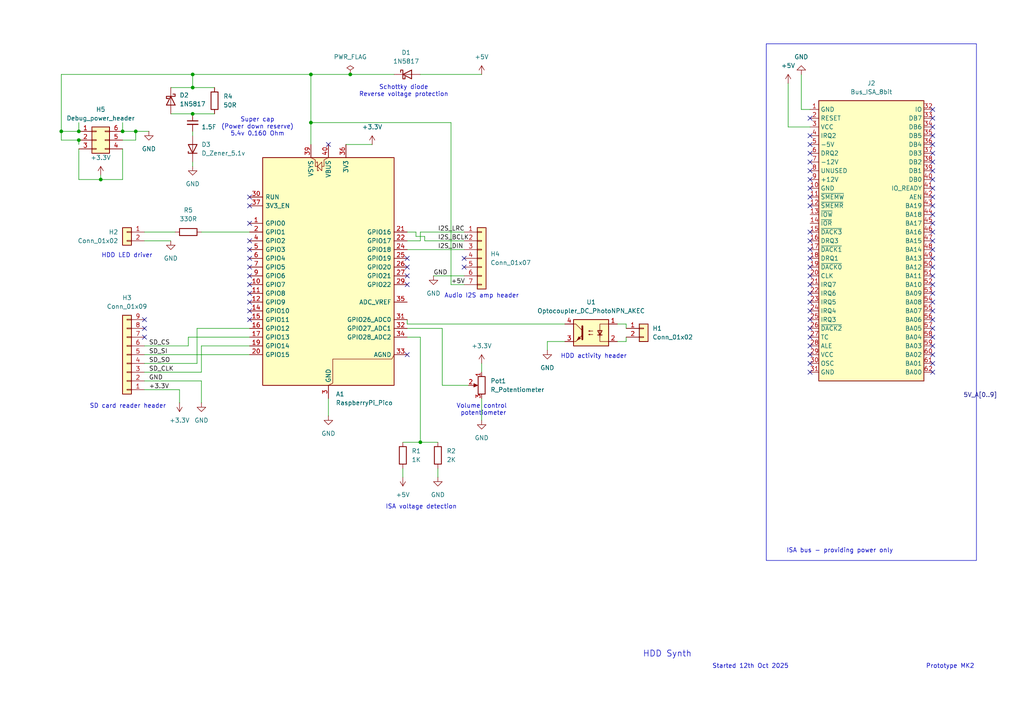
<source format=kicad_sch>
(kicad_sch (version 20250114) (generator "eeschema") (generator_version "9.0")
  (paper "A4")
  (lib_symbols
    (symbol "Connector:Bus_ISA_8bit"
      (property "Reference" "J" (at 0 42.545 0))
      (property "Value" "Bus_ISA_8bit" (at 0 -42.545 0))
      (symbol "Bus_ISA_8bit_0_1"
        (rectangle (start -15.24 -40.64) (end 15.24 40.64) (stroke (width 0.254)) (fill (type background)))
      )
      (symbol "Bus_ISA_8bit_1_1"
        (pin power_in line (at -17.78 38.1 0) (length 2.54) (name "GND") (number "1"))
        (pin output line (at -17.78 35.56 0) (length 2.54) (name "RESET") (number "2"))
        (pin power_in line (at -17.78 33.02 0) (length 2.54) (name "VCC") (number "3"))
        (pin passive line (at -17.78 30.48 0) (length 2.54) (name "IRQ2") (number "4"))
        (pin power_in line (at -17.78 27.94 0) (length 2.54) (name "-5V") (number "5"))
        (pin passive line (at -17.78 25.4 0) (length 2.54) (name "DRQ2") (number "6"))
        (pin power_in line (at -17.78 22.86 0) (length 2.54) (name "-12V") (number "7"))
        (pin passive line (at -17.78 20.32 0) (length 2.54) (name "UNUSED") (number "8"))
        (pin power_in line (at -17.78 17.78 0) (length 2.54) (name "+12V") (number "9"))
        (pin power_in line (at -17.78 15.24 0) (length 2.54) (name "GND") (number "10"))
        (pin output line (at -17.78 12.7 0) (length 2.54) (name "~{SMEMW}") (number "11"))
        (pin output line (at -17.78 10.16 0) (length 2.54) (name "~{SMEMR}") (number "12"))
        (pin output line (at -17.78 7.62 0) (length 2.54) (name "~{IOW}") (number "13"))
        (pin output line (at -17.78 5.08 0) (length 2.54) (name "~{IOR}") (number "14"))
        (pin passive line (at -17.78 2.54 0) (length 2.54) (name "~{DACK3}") (number "15"))
        (pin passive line (at -17.78 0 0) (length 2.54) (name "DRQ3") (number "16"))
        (pin passive line (at -17.78 -2.54 0) (length 2.54) (name "~{DACK1}") (number "17"))
        (pin passive line (at -17.78 -5.08 0) (length 2.54) (name "DRQ1") (number "18"))
        (pin passive line (at -17.78 -7.62 0) (length 2.54) (name "~{DACK0}") (number "19"))
        (pin output line (at -17.78 -10.16 0) (length 2.54) (name "CLK") (number "20"))
        (pin passive line (at -17.78 -12.7 0) (length 2.54) (name "IRQ7") (number "21"))
        (pin passive line (at -17.78 -15.24 0) (length 2.54) (name "IRQ6") (number "22"))
        (pin passive line (at -17.78 -17.78 0) (length 2.54) (name "IRQ5") (number "23"))
        (pin passive line (at -17.78 -20.32 0) (length 2.54) (name "IRQ4") (number "24"))
        (pin passive line (at -17.78 -22.86 0) (length 2.54) (name "IRQ3") (number "25"))
        (pin passive line (at -17.78 -25.4 0) (length 2.54) (name "~{DACK2}") (number "26"))
        (pin passive line (at -17.78 -27.94 0) (length 2.54) (name "TC") (number "27"))
        (pin output line (at -17.78 -30.48 0) (length 2.54) (name "ALE") (number "28"))
        (pin power_in line (at -17.78 -33.02 0) (length 2.54) (name "VCC") (number "29"))
        (pin output line (at -17.78 -35.56 0) (length 2.54) (name "OSC") (number "30"))
        (pin power_in line (at -17.78 -38.1 0) (length 2.54) (name "GND") (number "31"))
        (pin passive line (at 17.78 38.1 180) (length 2.54) (name "IO") (number "32"))
        (pin tri_state line (at 17.78 35.56 180) (length 2.54) (name "DB7") (number "33"))
        (pin tri_state line (at 17.78 33.02 180) (length 2.54) (name "DB6") (number "34"))
        (pin tri_state line (at 17.78 30.48 180) (length 2.54) (name "DB5") (number "35"))
        (pin tri_state line (at 17.78 27.94 180) (length 2.54) (name "DB4") (number "36"))
        (pin tri_state line (at 17.78 25.4 180) (length 2.54) (name "DB3") (number "37"))
        (pin tri_state line (at 17.78 22.86 180) (length 2.54) (name "DB2") (number "38"))
        (pin tri_state line (at 17.78 20.32 180) (length 2.54) (name "DB1") (number "39"))
        (pin tri_state line (at 17.78 17.78 180) (length 2.54) (name "DB0") (number "40"))
        (pin passive line (at 17.78 15.24 180) (length 2.54) (name "IO_READY") (number "41"))
        (pin output line (at 17.78 12.7 180) (length 2.54) (name "AEN") (number "42"))
        (pin tri_state line (at 17.78 10.16 180) (length 2.54) (name "BA19") (number "43"))
        (pin tri_state line (at 17.78 7.62 180) (length 2.54) (name "BA18") (number "44"))
        (pin tri_state line (at 17.78 5.08 180) (length 2.54) (name "BA17") (number "45"))
        (pin tri_state line (at 17.78 2.54 180) (length 2.54) (name "BA16") (number "46"))
        (pin tri_state line (at 17.78 0 180) (length 2.54) (name "BA15") (number "47"))
        (pin tri_state line (at 17.78 -2.54 180) (length 2.54) (name "BA14") (number "48"))
        (pin tri_state line (at 17.78 -5.08 180) (length 2.54) (name "BA13") (number "49"))
        (pin tri_state line (at 17.78 -7.62 180) (length 2.54) (name "BA12") (number "50"))
        (pin tri_state line (at 17.78 -10.16 180) (length 2.54) (name "BA11") (number "51"))
        (pin tri_state line (at 17.78 -12.7 180) (length 2.54) (name "BA10") (number "52"))
        (pin tri_state line (at 17.78 -15.24 180) (length 2.54) (name "BA09") (number "53"))
        (pin tri_state line (at 17.78 -17.78 180) (length 2.54) (name "BA08") (number "54"))
        (pin tri_state line (at 17.78 -20.32 180) (length 2.54) (name "BA07") (number "55"))
        (pin tri_state line (at 17.78 -22.86 180) (length 2.54) (name "BA06") (number "56"))
        (pin tri_state line (at 17.78 -25.4 180) (length 2.54) (name "BA05") (number "57"))
        (pin tri_state line (at 17.78 -27.94 180) (length 2.54) (name "BA04") (number "58"))
        (pin tri_state line (at 17.78 -30.48 180) (length 2.54) (name "BA03") (number "59"))
        (pin tri_state line (at 17.78 -33.02 180) (length 2.54) (name "BA02") (number "60"))
        (pin tri_state line (at 17.78 -35.56 180) (length 2.54) (name "BA01") (number "61"))
        (pin tri_state line (at 17.78 -38.1 180) (length 2.54) (name "BA00") (number "62"))
      )
    )
    (symbol "Connector_Generic:Conn_01x02" (pin_names (offset 1.016) (hide yes))
      (property "Reference" "J" (at 0 2.54 0))
      (property "Value" "Conn_01x02" (at 0 -5.08 0))
      (symbol "Conn_01x02_1_1"
        (rectangle (start -1.27 1.27) (end 1.27 -3.81) (stroke (width 0.254)) (fill (type background)))
        (rectangle (start -1.27 0.127) (end 0 -0.127) (stroke (width 0.1524)))
        (rectangle (start -1.27 -2.413) (end 0 -2.667) (stroke (width 0.1524)))
        (pin passive line (at -5.08 0 0) (length 3.81) (name "Pin_1") (number "1"))
        (pin passive line (at -5.08 -2.54 0) (length 3.81) (name "Pin_2") (number "2"))
      )
    )
    (symbol "Connector_Generic:Conn_01x07" (pin_names (offset 1.016) (hide yes))
      (property "Reference" "J" (at 0 10.16 0))
      (property "Value" "Conn_01x07" (at 0 -10.16 0))
      (symbol "Conn_01x07_1_1"
        (rectangle (start -1.27 8.89) (end 1.27 -8.89) (stroke (width 0.254)) (fill (type background)))
        (rectangle (start -1.27 7.747) (end 0 7.493) (stroke (width 0.1524)))
        (rectangle (start -1.27 5.207) (end 0 4.953) (stroke (width 0.1524)))
        (rectangle (start -1.27 2.667) (end 0 2.413) (stroke (width 0.1524)))
        (rectangle (start -1.27 0.127) (end 0 -0.127) (stroke (width 0.1524)))
        (rectangle (start -1.27 -2.413) (end 0 -2.667) (stroke (width 0.1524)))
        (rectangle (start -1.27 -4.953) (end 0 -5.207) (stroke (width 0.1524)))
        (rectangle (start -1.27 -7.493) (end 0 -7.747) (stroke (width 0.1524)))
        (pin passive line (at -5.08 7.62 0) (length 3.81) (name "Pin_1") (number "1"))
        (pin passive line (at -5.08 5.08 0) (length 3.81) (name "Pin_2") (number "2"))
        (pin passive line (at -5.08 2.54 0) (length 3.81) (name "Pin_3") (number "3"))
        (pin passive line (at -5.08 0 0) (length 3.81) (name "Pin_4") (number "4"))
        (pin passive line (at -5.08 -2.54 0) (length 3.81) (name "Pin_5") (number "5"))
        (pin passive line (at -5.08 -5.08 0) (length 3.81) (name "Pin_6") (number "6"))
        (pin passive line (at -5.08 -7.62 0) (length 3.81) (name "Pin_7") (number "7"))
      )
    )
    (symbol "Connector_Generic:Conn_01x09" (pin_names (offset 1.016) (hide yes))
      (property "Reference" "J" (at 0 12.7 0))
      (property "Value" "Conn_01x09" (at 0 -12.7 0))
      (symbol "Conn_01x09_1_1"
        (rectangle (start -1.27 11.43) (end 1.27 -11.43) (stroke (width 0.254)) (fill (type background)))
        (rectangle (start -1.27 10.287) (end 0 10.033) (stroke (width 0.1524)))
        (rectangle (start -1.27 7.747) (end 0 7.493) (stroke (width 0.1524)))
        (rectangle (start -1.27 5.207) (end 0 4.953) (stroke (width 0.1524)))
        (rectangle (start -1.27 2.667) (end 0 2.413) (stroke (width 0.1524)))
        (rectangle (start -1.27 0.127) (end 0 -0.127) (stroke (width 0.1524)))
        (rectangle (start -1.27 -2.413) (end 0 -2.667) (stroke (width 0.1524)))
        (rectangle (start -1.27 -4.953) (end 0 -5.207) (stroke (width 0.1524)))
        (rectangle (start -1.27 -7.493) (end 0 -7.747) (stroke (width 0.1524)))
        (rectangle (start -1.27 -10.033) (end 0 -10.287) (stroke (width 0.1524)))
        (pin passive line (at -5.08 10.16 0) (length 3.81) (name "Pin_1") (number "1"))
        (pin passive line (at -5.08 7.62 0) (length 3.81) (name "Pin_2") (number "2"))
        (pin passive line (at -5.08 5.08 0) (length 3.81) (name "Pin_3") (number "3"))
        (pin passive line (at -5.08 2.54 0) (length 3.81) (name "Pin_4") (number "4"))
        (pin passive line (at -5.08 0 0) (length 3.81) (name "Pin_5") (number "5"))
        (pin passive line (at -5.08 -2.54 0) (length 3.81) (name "Pin_6") (number "6"))
        (pin passive line (at -5.08 -5.08 0) (length 3.81) (name "Pin_7") (number "7"))
        (pin passive line (at -5.08 -7.62 0) (length 3.81) (name "Pin_8") (number "8"))
        (pin passive line (at -5.08 -10.16 0) (length 3.81) (name "Pin_9") (number "9"))
      )
    )
    (symbol "Connector_Generic:Conn_02x03_Counter_Clockwise" (pin_names (offset 1.016) (hide yes))
      (property "Reference" "J" (at 1.27 5.08 0))
      (property "Value" "Conn_02x03_Counter_Clockwise" (at 1.27 -5.08 0))
      (symbol "Conn_02x03_Counter_Clockwise_1_1"
        (rectangle (start -1.27 3.81) (end 3.81 -3.81) (stroke (width 0.254)) (fill (type background)))
        (rectangle (start -1.27 2.667) (end 0 2.413) (stroke (width 0.1524)))
        (rectangle (start -1.27 0.127) (end 0 -0.127) (stroke (width 0.1524)))
        (rectangle (start -1.27 -2.413) (end 0 -2.667) (stroke (width 0.1524)))
        (rectangle (start 3.81 2.667) (end 2.54 2.413) (stroke (width 0.1524)))
        (rectangle (start 3.81 0.127) (end 2.54 -0.127) (stroke (width 0.1524)))
        (rectangle (start 3.81 -2.413) (end 2.54 -2.667) (stroke (width 0.1524)))
        (pin passive line (at -5.08 2.54 0) (length 3.81) (name "Pin_1") (number "1"))
        (pin passive line (at -5.08 0 0) (length 3.81) (name "Pin_2") (number "2"))
        (pin passive line (at -5.08 -2.54 0) (length 3.81) (name "Pin_3") (number "3"))
        (pin passive line (at 7.62 2.54 180) (length 3.81) (name "Pin_6") (number "6"))
        (pin passive line (at 7.62 0 180) (length 3.81) (name "Pin_5") (number "5"))
        (pin passive line (at 7.62 -2.54 180) (length 3.81) (name "Pin_4") (number "4"))
      )
    )
    (symbol "Device:C_Small" (pin_numbers (hide yes)) (pin_names (offset 0.254) (hide yes))
      (property "Reference" "C" (at 0.254 1.778 0))
      (property "Value" "C_Small" (at 0.254 -2.032 0))
      (symbol "C_Small_0_1"
        (polyline (pts (xy -1.524 0.508) (xy 1.524 0.508)) (stroke (width 0.3048)))
        (polyline (pts (xy -1.524 -0.508) (xy 1.524 -0.508)) (stroke (width 0.3302)))
      )
      (symbol "C_Small_1_1"
        (pin passive line (at 0 2.54 270) (length 2.032) (name "~") (number "1"))
        (pin passive line (at 0 -2.54 90) (length 2.032) (name "~") (number "2"))
      )
    )
    (symbol "Device:D_Schottky" (pin_numbers (hide yes)) (pin_names (offset 1.016) (hide yes))
      (property "Reference" "D" (at 0 2.54 0))
      (property "Value" "D_Schottky" (at 0 -2.54 0))
      (symbol "D_Schottky_0_1"
        (polyline (pts (xy -1.905 0.635) (xy -1.905 1.27) (xy -1.27 1.27) (xy -1.27 -1.27) (xy -0.635 -1.27) (xy -0.635 -0.635)) (stroke (width 0.254)))
        (polyline (pts (xy 1.27 1.27) (xy 1.27 -1.27) (xy -1.27 0) (xy 1.27 1.27)) (stroke (width 0.254)))
        (polyline (pts (xy 1.27 0) (xy -1.27 0)))
      )
      (symbol "D_Schottky_1_1"
        (pin passive line (at -3.81 0 0) (length 2.54) (name "K") (number "1"))
        (pin passive line (at 3.81 0 180) (length 2.54) (name "A") (number "2"))
      )
    )
    (symbol "Device:D_Zener" (pin_numbers (hide yes)) (pin_names (offset 1.016) (hide yes))
      (property "Reference" "D" (at 0 2.54 0))
      (property "Value" "D_Zener" (at 0 -2.54 0))
      (symbol "D_Zener_0_1"
        (polyline (pts (xy -1.27 -1.27) (xy -1.27 1.27) (xy -0.762 1.27)) (stroke (width 0.254)))
        (polyline (pts (xy 1.27 0) (xy -1.27 0)))
        (polyline (pts (xy 1.27 -1.27) (xy 1.27 1.27) (xy -1.27 0) (xy 1.27 -1.27)) (stroke (width 0.254)))
      )
      (symbol "D_Zener_1_1"
        (pin passive line (at -3.81 0 0) (length 2.54) (name "K") (number "1"))
        (pin passive line (at 3.81 0 180) (length 2.54) (name "A") (number "2"))
      )
    )
    (symbol "Device:R" (pin_numbers (hide yes)) (pin_names (offset 0))
      (property "Reference" "R" (at 2.032 0 90))
      (property "Value" "R" (at 0 0 90))
      (symbol "R_0_1"
        (rectangle (start -1.016 -2.54) (end 1.016 2.54) (stroke (width 0.254)))
      )
      (symbol "R_1_1"
        (pin passive line (at 0 3.81 270) (length 1.27) (name "~") (number "1"))
        (pin passive line (at 0 -3.81 90) (length 1.27) (name "~") (number "2"))
      )
    )
    (symbol "Device:R_Potentiometer" (pin_names (offset 1.016) (hide yes))
      (property "Reference" "RV" (at -4.445 0 90))
      (property "Value" "R_Potentiometer" (at -2.54 0 90))
      (symbol "R_Potentiometer_0_1"
        (rectangle (start 1.016 2.54) (end -1.016 -2.54) (stroke (width 0.254)))
        (polyline (pts (xy 1.143 0) (xy 2.286 0.508) (xy 2.286 -0.508) (xy 1.143 0)) (fill (type outline)))
        (polyline (pts (xy 2.54 0) (xy 1.524 0)))
      )
      (symbol "R_Potentiometer_1_1"
        (pin passive line (at 0 3.81 270) (length 1.27) (name "1") (number "1"))
        (pin passive line (at 0 -3.81 90) (length 1.27) (name "3") (number "3"))
        (pin passive line (at 3.81 0 180) (length 1.27) (name "2") (number "2"))
      )
    )
    (symbol "Isolator:Optocoupler_DC_PhotoNPN_AKEC"
      (property "Reference" "U" (at -5.08 5.08 0))
      (property "Value" "Optocoupler_DC_PhotoNPN_AKEC" (at 0 5.08 0))
      (symbol "Optocoupler_DC_PhotoNPN_AKEC_0_1"
        (rectangle (start -5.08 3.81) (end 5.08 -3.81) (stroke (width 0.254)) (fill (type background)))
        (polyline (pts (xy -5.08 2.54) (xy -2.54 2.54) (xy -2.54 -1.27) (xy -2.54 0.635)))
        (polyline (pts (xy -3.175 -0.635) (xy -1.905 -0.635)) (stroke (width 0.254)))
        (polyline (pts (xy -2.54 -0.635) (xy -2.54 -2.54) (xy -5.08 -2.54)))
        (polyline (pts (xy -2.54 -0.635) (xy -3.175 0.635) (xy -1.905 0.635) (xy -2.54 -0.635)) (stroke (width 0.254)))
        (polyline (pts (xy -0.508 0.508) (xy 0.762 0.508) (xy 0.381 0.381) (xy 0.381 0.635) (xy 0.762 0.508)))
        (polyline (pts (xy -0.508 -0.508) (xy 0.762 -0.508) (xy 0.381 -0.635) (xy 0.381 -0.381) (xy 0.762 -0.508)))
        (polyline (pts (xy 2.54 1.905) (xy 2.54 -1.905)) (stroke (width 0.508)))
        (polyline (pts (xy 2.54 0.635) (xy 4.445 2.54)))
        (polyline (pts (xy 3.048 -1.651) (xy 3.556 -1.143) (xy 4.064 -2.159) (xy 3.048 -1.651)) (fill (type outline)))
        (polyline (pts (xy 4.445 2.54) (xy 5.08 2.54)))
        (polyline (pts (xy 4.445 -2.54) (xy 2.54 -0.635)) (fill (type outline)))
        (polyline (pts (xy 4.445 -2.54) (xy 5.08 -2.54)))
      )
      (symbol "Optocoupler_DC_PhotoNPN_AKEC_1_1"
        (pin passive line (at -7.62 2.54 0) (length 2.54) (name "~") (number "1"))
        (pin passive line (at -7.62 -2.54 0) (length 2.54) (name "~") (number "2"))
        (pin passive line (at 7.62 2.54 180) (length 2.54) (name "~") (number "4"))
        (pin passive line (at 7.62 -2.54 180) (length 2.54) (name "~") (number "3"))
      )
    )
    (symbol "MCU_Module:RaspberryPi_Pico" (pin_names (offset 0.762))
      (property "Reference" "A" (at -19.05 35.56 0))
      (property "Value" "RaspberryPi_Pico" (at 7.62 35.56 0))
      (symbol "RaspberryPi_Pico_0_1"
        (rectangle (start -19.05 34.29) (end 19.05 -31.75) (stroke (width 0.254)) (fill (type background)))
        (polyline (pts (xy -5.08 34.29) (xy -3.81 33.655) (xy -3.81 31.75) (xy -3.175 31.75)))
        (polyline (pts (xy -3.429 32.766) (xy -3.429 33.02) (xy -3.175 33.02) (xy -3.175 30.48) (xy -2.921 30.48) (xy -2.921 30.734)))
        (polyline (pts (xy -3.175 31.75) (xy -1.905 33.02) (xy -1.905 30.48) (xy -3.175 31.75)))
        (polyline (pts (xy 0 34.29) (xy -1.27 33.655) (xy -1.27 31.75) (xy -1.905 31.75)))
        (polyline (pts (xy 0 -31.75) (xy 1.27 -31.115) (xy 1.27 -24.13) (xy 18.415 -24.13) (xy 19.05 -22.86)))
      )
      (symbol "RaspberryPi_Pico_1_1"
        (pin passive line (at -22.86 22.86 0) (length 3.81) (name "RUN") (number "30"))
        (pin passive line (at -22.86 20.32 0) (length 3.81) (name "3V3_EN") (number "37"))
        (pin bidirectional line (at -22.86 15.24 0) (length 3.81) (name "GPIO0") (number "1"))
        (pin bidirectional line (at -22.86 12.7 0) (length 3.81) (name "GPIO1") (number "2"))
        (pin bidirectional line (at -22.86 10.16 0) (length 3.81) (name "GPIO2") (number "4"))
        (pin bidirectional line (at -22.86 7.62 0) (length 3.81) (name "GPIO3") (number "5"))
        (pin bidirectional line (at -22.86 5.08 0) (length 3.81) (name "GPIO4") (number "6"))
        (pin bidirectional line (at -22.86 2.54 0) (length 3.81) (name "GPIO5") (number "7"))
        (pin bidirectional line (at -22.86 0 0) (length 3.81) (name "GPIO6") (number "9"))
        (pin bidirectional line (at -22.86 -2.54 0) (length 3.81) (name "GPIO7") (number "10"))
        (pin bidirectional line (at -22.86 -5.08 0) (length 3.81) (name "GPIO8") (number "11"))
        (pin bidirectional line (at -22.86 -7.62 0) (length 3.81) (name "GPIO9") (number "12"))
        (pin bidirectional line (at -22.86 -10.16 0) (length 3.81) (name "GPIO10") (number "14"))
        (pin bidirectional line (at -22.86 -12.7 0) (length 3.81) (name "GPIO11") (number "15"))
        (pin bidirectional line (at -22.86 -15.24 0) (length 3.81) (name "GPIO12") (number "16"))
        (pin bidirectional line (at -22.86 -17.78 0) (length 3.81) (name "GPIO13") (number "17"))
        (pin bidirectional line (at -22.86 -20.32 0) (length 3.81) (name "GPIO14") (number "19"))
        (pin bidirectional line (at -22.86 -22.86 0) (length 3.81) (name "GPIO15") (number "20"))
        (pin power_in line (at -5.08 38.1 270) (length 3.81) (name "VSYS") (number "39"))
        (pin power_out line (at 0 38.1 270) (length 3.81) (name "VBUS") (number "40"))
        (pin passive line (at 0 -35.56 90) (length 3.81) (hide yes) (name "GND") (number "13"))
        (pin passive line (at 0 -35.56 90) (length 3.81) (hide yes) (name "GND") (number "18"))
        (pin passive line (at 0 -35.56 90) (length 3.81) (hide yes) (name "GND") (number "23"))
        (pin passive line (at 0 -35.56 90) (length 3.81) (hide yes) (name "GND") (number "28"))
        (pin power_out line (at 0 -35.56 90) (length 3.81) (name "GND") (number "3"))
        (pin passive line (at 0 -35.56 90) (length 3.81) (hide yes) (name "GND") (number "38"))
        (pin passive line (at 0 -35.56 90) (length 3.81) (hide yes) (name "GND") (number "8"))
        (pin power_out line (at 5.08 38.1 270) (length 3.81) (name "3V3") (number "36"))
        (pin bidirectional line (at 22.86 12.7 180) (length 3.81) (name "GPIO16") (number "21"))
        (pin bidirectional line (at 22.86 10.16 180) (length 3.81) (name "GPIO17") (number "22"))
        (pin bidirectional line (at 22.86 7.62 180) (length 3.81) (name "GPIO18") (number "24"))
        (pin bidirectional line (at 22.86 5.08 180) (length 3.81) (name "GPIO19") (number "25"))
        (pin bidirectional line (at 22.86 2.54 180) (length 3.81) (name "GPIO20") (number "26"))
        (pin bidirectional line (at 22.86 0 180) (length 3.81) (name "GPIO21") (number "27"))
        (pin bidirectional line (at 22.86 -2.54 180) (length 3.81) (name "GPIO22") (number "29"))
        (pin power_in line (at 22.86 -7.62 180) (length 3.81) (name "ADC_VREF") (number "35"))
        (pin bidirectional line (at 22.86 -12.7 180) (length 3.81) (name "GPIO26_ADC0") (number "31"))
        (pin bidirectional line (at 22.86 -15.24 180) (length 3.81) (name "GPIO27_ADC1") (number "32"))
        (pin bidirectional line (at 22.86 -17.78 180) (length 3.81) (name "GPIO28_ADC2") (number "34"))
        (pin power_out line (at 22.86 -22.86 180) (length 3.81) (name "AGND") (number "33"))
      )
    )
    (symbol "power:+3.3V" (power) (pin_numbers (hide yes)) (pin_names (offset 0) (hide yes))
      (property "Value" "+3.3V" (at 0 3.556 0))
      (symbol "+3.3V_0_1"
        (polyline (pts (xy -0.762 1.27) (xy 0 2.54)))
        (polyline (pts (xy 0 2.54) (xy 0.762 1.27)))
        (polyline (pts (xy 0 0) (xy 0 2.54)))
      )
      (symbol "+3.3V_1_1"
        (pin power_in line (at 0 0 90) (length 0) (name "~") (number "1"))
      )
    )
    (symbol "power:+5V" (power) (pin_numbers (hide yes)) (pin_names (offset 0) (hide yes))
      (property "Value" "+5V" (at 0 3.556 0))
      (symbol "+5V_0_1"
        (polyline (pts (xy -0.762 1.27) (xy 0 2.54)))
        (polyline (pts (xy 0 2.54) (xy 0.762 1.27)))
        (polyline (pts (xy 0 0) (xy 0 2.54)))
      )
      (symbol "+5V_1_1"
        (pin power_in line (at 0 0 90) (length 0) (name "~") (number "1"))
      )
    )
    (symbol "power:GND" (power) (pin_numbers (hide yes)) (pin_names (offset 0) (hide yes))
      (property "Value" "GND" (at 0 -3.81 0))
      (symbol "GND_0_1"
        (polyline (pts (xy 0 0) (xy 0 -1.27) (xy 1.27 -1.27) (xy 0 -2.54) (xy -1.27 -1.27) (xy 0 -1.27)))
      )
      (symbol "GND_1_1"
        (pin power_in line (at 0 0 270) (length 0) (name "~") (number "1"))
      )
    )
    (symbol "power:PWR_FLAG" (power) (pin_numbers (hide yes)) (pin_names (offset 0) (hide yes))
      (property "Value" "PWR_FLAG" (at 0 3.81 0))
      (symbol "PWR_FLAG_0_0"
        (pin power_out line (at 0 0 90) (length 0) (name "~") (number "1"))
      )
      (symbol "PWR_FLAG_0_1"
        (polyline (pts (xy 0 0) (xy 0 1.27) (xy -1.016 1.905) (xy 0 2.54) (xy 1.016 1.905) (xy 0 1.27)))
      )
    )
  )
  (rectangle (start 222.25 12.7) (end 283.21 162.56))
  (text "Super cap\n(Power down reserve)\n5.4v 0.160 Ohm" (at 74.676 36.83 0) (effects (font (size 1.27 1.27))))
  (text "HDD Synth" (at 193.548 189.738 0) (effects (font (size 1.778 1.778))))
  (text "HDD activity header" (at 172.212 103.378 0) (effects (font (size 1.27 1.27))))
  (text "Started 12th Oct 2025" (at 217.678 193.294 0) (effects (font (size 1.27 1.27))))
  (text "Volume control \npotentiometer" (at 140.208 118.872 0) (effects (font (size 1.27 1.27))))
  (text "ISA voltage detection" (at 122.174 147.066 0) (effects (font (size 1.27 1.27))))
  (text "Prototype MK2" (at 275.59 193.294 0) (effects (font (size 1.27 1.27))))
  (text "HDD LED driver" (at 36.83 74.168 0) (effects (font (size 1.27 1.27))))
  (text "SD card reader header" (at 37.084 117.856 0) (effects (font (size 1.27 1.27))))
  (text "ISA bus - providing power only" (at 243.586 159.766 0) (effects (font (size 1.27 1.27))))
  (text "Schottky diode\nReverse voltage protection" (at 117.094 26.416 0) (effects (font (size 1.27 1.27))))
  (text "Audio I2S amp header\n" (at 139.7 85.852 0) (effects (font (size 1.27 1.27))))
  (junction (at 101.6 21.59))
  (junction (at 121.92 128.27))
  (junction (at 35.56 38.1))
  (junction (at 39.37 38.1))
  (junction (at 17.78 38.1))
  (junction (at 22.86 38.1))
  (junction (at 55.88 33.02))
  (junction (at 90.17 21.59))
  (junction (at 22.86 40.64))
  (junction (at 29.21 52.07))
  (junction (at 90.17 35.56))
  (junction (at 55.88 25.4))
  (junction (at 55.88 21.59))
  (no_connect (at 270.51 92.71))
  (no_connect (at 234.95 85.09))
  (no_connect (at 270.51 59.69))
  (no_connect (at 72.39 92.71))
  (no_connect (at 270.51 67.31))
  (no_connect (at 234.95 52.07))
  (no_connect (at 134.62 77.47))
  (no_connect (at 234.95 39.37))
  (no_connect (at 234.95 72.39))
  (no_connect (at 118.11 82.55))
  (no_connect (at 270.51 52.07))
  (no_connect (at 72.39 59.69))
  (no_connect (at 270.51 44.45))
  (no_connect (at 234.95 77.47))
  (no_connect (at 118.11 102.87))
  (no_connect (at 72.39 69.85))
  (no_connect (at 234.95 59.69))
  (no_connect (at 234.95 102.87))
  (no_connect (at 270.51 85.09))
  (no_connect (at 270.51 87.63))
  (no_connect (at 270.51 57.15))
  (no_connect (at 270.51 39.37))
  (no_connect (at 95.25 41.91))
  (no_connect (at 234.95 92.71))
  (no_connect (at 234.95 46.99))
  (no_connect (at 118.11 74.93))
  (no_connect (at 270.51 64.77))
  (no_connect (at 270.51 97.79))
  (no_connect (at 134.62 74.93))
  (no_connect (at 234.95 41.91))
  (no_connect (at 234.95 74.93))
  (no_connect (at 270.51 34.29))
  (no_connect (at 270.51 69.85))
  (no_connect (at 234.95 54.61))
  (no_connect (at 72.39 64.77))
  (no_connect (at 234.95 69.85))
  (no_connect (at 270.51 41.91))
  (no_connect (at 270.51 90.17))
  (no_connect (at 234.95 49.53))
  (no_connect (at 270.51 72.39))
  (no_connect (at 234.95 97.79))
  (no_connect (at 270.51 105.41))
  (no_connect (at 234.95 44.45))
  (no_connect (at 234.95 105.41))
  (no_connect (at 270.51 102.87))
  (no_connect (at 41.91 95.25))
  (no_connect (at 72.39 85.09))
  (no_connect (at 270.51 95.25))
  (no_connect (at 234.95 90.17))
  (no_connect (at 234.95 107.95))
  (no_connect (at 234.95 95.25))
  (no_connect (at 270.51 62.23))
  (no_connect (at 41.91 92.71))
  (no_connect (at 270.51 80.01))
  (no_connect (at 72.39 57.15))
  (no_connect (at 234.95 80.01))
  (no_connect (at 234.95 82.55))
  (no_connect (at 118.11 77.47))
  (no_connect (at 72.39 90.17))
  (no_connect (at 270.51 100.33))
  (no_connect (at 72.39 87.63))
  (no_connect (at 270.51 36.83))
  (no_connect (at 72.39 82.55))
  (no_connect (at 270.51 49.53))
  (no_connect (at 234.95 87.63))
  (no_connect (at 72.39 80.01))
  (no_connect (at 270.51 31.75))
  (no_connect (at 234.95 34.29))
  (no_connect (at 270.51 77.47))
  (no_connect (at 72.39 72.39))
  (no_connect (at 270.51 82.55))
  (no_connect (at 234.95 67.31))
  (no_connect (at 72.39 77.47))
  (no_connect (at 234.95 100.33))
  (no_connect (at 234.95 57.15))
  (no_connect (at 72.39 74.93))
  (no_connect (at 270.51 107.95))
  (no_connect (at 270.51 74.93))
  (no_connect (at 270.51 46.99))
  (no_connect (at 118.11 80.01))
  (no_connect (at 41.91 97.79))
  (no_connect (at 270.51 54.61))
  (wire (pts (xy 130.81 82.55) (xy 130.81 35.56)))
  (wire (pts (xy 121.92 97.79) (xy 121.92 128.27)))
  (wire (pts (xy 41.91 102.87) (xy 72.39 102.87)))
  (wire (pts (xy 125.73 80.01) (xy 134.62 80.01)))
  (wire (pts (xy 118.11 69.85) (xy 121.92 69.85)))
  (wire (pts (xy 39.37 40.64) (xy 35.56 40.64)))
  (wire (pts (xy 55.88 21.59) (xy 55.88 25.4)))
  (wire (pts (xy 58.42 107.95) (xy 41.91 107.95)))
  (wire (pts (xy 121.92 21.59) (xy 139.7 21.59)))
  (wire (pts (xy 41.91 105.41) (xy 57.15 105.41)))
  (wire (pts (xy 58.42 100.33) (xy 58.42 107.95)))
  (wire (pts (xy 52.07 116.84) (xy 52.07 113.03)))
  (wire (pts (xy 55.88 25.4) (xy 62.23 25.4)))
  (wire (pts (xy 114.3 21.59) (xy 101.6 21.59)))
  (wire (pts (xy 118.11 93.98) (xy 118.11 92.71)))
  (wire (pts (xy 130.81 82.55) (xy 134.62 82.55)))
  (wire (pts (xy 179.07 93.98) (xy 181.61 93.98)))
  (wire (pts (xy 181.61 99.06) (xy 179.07 99.06)))
  (wire (pts (xy 58.42 110.49) (xy 41.91 110.49)))
  (wire (pts (xy 35.56 35.56) (xy 35.56 38.1)))
  (wire (pts (xy 35.56 38.1) (xy 39.37 38.1)))
  (wire (pts (xy 55.88 33.02) (xy 62.23 33.02)))
  (wire (pts (xy 120.65 68.58) (xy 120.65 67.31)))
  (wire (pts (xy 130.81 35.56) (xy 90.17 35.56)))
  (wire (pts (xy 139.7 115.57) (xy 139.7 121.92)))
  (wire (pts (xy 118.11 95.25) (xy 128.27 95.25)))
  (wire (pts (xy 72.39 100.33) (xy 58.42 100.33)))
  (wire (pts (xy 118.11 72.39) (xy 134.62 72.39)))
  (wire (pts (xy 58.42 67.31) (xy 72.39 67.31)))
  (wire (pts (xy 72.39 97.79) (xy 54.61 97.79)))
  (wire (pts (xy 90.17 21.59) (xy 90.17 35.56)))
  (wire (pts (xy 35.56 52.07) (xy 35.56 43.18)))
  (wire (pts (xy 55.88 46.99) (xy 55.88 48.26)))
  (wire (pts (xy 17.78 38.1) (xy 22.86 38.1)))
  (wire (pts (xy 116.84 138.43) (xy 116.84 135.89)))
  (wire (pts (xy 22.86 41.91) (xy 22.86 40.64)))
  (wire (pts (xy 22.86 35.56) (xy 22.86 38.1)))
  (wire (pts (xy 90.17 35.56) (xy 90.17 41.91)))
  (wire (pts (xy 181.61 93.98) (xy 181.61 95.25)))
  (wire (pts (xy 100.33 41.91) (xy 107.95 41.91)))
  (wire (pts (xy 72.39 95.25) (xy 57.15 95.25)))
  (wire (pts (xy 17.78 21.59) (xy 55.88 21.59)))
  (wire (pts (xy 41.91 100.33) (xy 54.61 100.33)))
  (wire (pts (xy 41.91 69.85) (xy 49.53 69.85)))
  (wire (pts (xy 123.19 68.58) (xy 123.19 69.85)))
  (wire (pts (xy 17.78 21.59) (xy 17.78 38.1)))
  (wire (pts (xy 118.11 93.98) (xy 163.83 93.98)))
  (wire (pts (xy 29.21 52.07) (xy 35.56 52.07)))
  (wire (pts (xy 163.83 99.06) (xy 158.75 99.06)))
  (wire (pts (xy 121.92 69.85) (xy 121.92 67.31)))
  (wire (pts (xy 139.7 105.41) (xy 139.7 107.95)))
  (wire (pts (xy 101.6 21.59) (xy 90.17 21.59)))
  (wire (pts (xy 55.88 38.1) (xy 55.88 39.37)))
  (wire (pts (xy 17.78 40.64) (xy 22.86 40.64)))
  (wire (pts (xy 232.41 21.59) (xy 232.41 31.75)))
  (wire (pts (xy 54.61 97.79) (xy 54.61 100.33)))
  (wire (pts (xy 17.78 38.1) (xy 17.78 40.64)))
  (wire (pts (xy 39.37 38.1) (xy 39.37 40.64)))
  (wire (pts (xy 120.65 67.31) (xy 118.11 67.31)))
  (wire (pts (xy 128.27 111.76) (xy 135.89 111.76)))
  (wire (pts (xy 52.07 113.03) (xy 41.91 113.03)))
  (wire (pts (xy 55.88 25.4) (xy 49.53 25.4)))
  (wire (pts (xy 58.42 116.84) (xy 58.42 110.49)))
  (wire (pts (xy 127 138.43) (xy 127 135.89)))
  (wire (pts (xy 43.18 38.1) (xy 39.37 38.1)))
  (wire (pts (xy 41.91 67.31) (xy 50.8 67.31)))
  (wire (pts (xy 22.86 52.07) (xy 22.86 43.18)))
  (wire (pts (xy 158.75 99.06) (xy 158.75 101.6)))
  (wire (pts (xy 228.6 24.13) (xy 228.6 36.83)))
  (wire (pts (xy 57.15 95.25) (xy 57.15 105.41)))
  (wire (pts (xy 181.61 97.79) (xy 181.61 99.06)))
  (wire (pts (xy 232.41 31.75) (xy 234.95 31.75)))
  (wire (pts (xy 29.21 52.07) (xy 22.86 52.07)))
  (wire (pts (xy 123.19 69.85) (xy 134.62 69.85)))
  (wire (pts (xy 120.65 68.58) (xy 123.19 68.58)))
  (wire (pts (xy 121.92 67.31) (xy 134.62 67.31)))
  (wire (pts (xy 128.27 95.25) (xy 128.27 111.76)))
  (wire (pts (xy 55.88 21.59) (xy 90.17 21.59)))
  (wire (pts (xy 49.53 33.02) (xy 55.88 33.02)))
  (wire (pts (xy 121.92 128.27) (xy 127 128.27)))
  (wire (pts (xy 228.6 36.83) (xy 234.95 36.83)))
  (wire (pts (xy 29.21 50.8) (xy 29.21 52.07)))
  (wire (pts (xy 95.25 120.65) (xy 95.25 115.57)))
  (wire (pts (xy 121.92 97.79) (xy 118.11 97.79)))
  (wire (pts (xy 116.84 128.27) (xy 121.92 128.27)))
  (label "I2S_LRC" (at 127 67.31 0))
  (label "SD_SO" (at 43.18 105.41 0))
  (label "I2S_DIN" (at 127 72.39 0))
  (label "GND" (at 125.73 80.01 0))
  (label "+5V" (at 130.81 82.55 0))
  (label "I2S_BCLK" (at 127 69.85 0))
  (label "SD_SI" (at 43.18 102.87 0))
  (label "+3.3V" (at 43.18 113.03 0))
  (label "GND" (at 43.18 110.49 0))
  (label "SD_CLK" (at 43.18 107.95 0))
  (label "SD_CS" (at 43.18 100.33 0))
  (label "5V_A[0..9]" (at 279.4 115.57 0))
  (symbol (lib_id "Connector_Generic:Conn_02x03_Counter_Clockwise") (at 27.94 40.64 0) (unit 1)
    (property "Reference" "H5" (at 29.21 31.75 0))
    (property "Value" "Debug_power_header" (at 29.21 34.29 0))
    (property "Footprint" "Connector_PinHeader_2.54mm:PinHeader_2x03_P2.54mm_Vertical" (effects (hide yes)))
    (property "Description" "Generic connector, double row, 02x03, counter clockwise pin numbering scheme (similar to DIP package numbering), script generated (kicad-library-utils/schlib/autogen/connector/)" (effects (hide yes)))
  )
  (symbol (lib_id "power:+5V") (at 139.7 21.59 0) (unit 1)
    (property "Reference" "#PWR05" (effects (hide yes)))
    (property "Value" "+5V" (at 139.7 16.51 0))
    (property "Description" "Power symbol creates a global label with name \"+5V\"" (effects (hide yes)))
  )
  (symbol (lib_id "power:+5V") (at 116.84 138.43 0) (mirror x) (unit 1)
    (property "Reference" "#PWR04" (effects (hide yes)))
    (property "Value" "+5V" (at 116.84 143.51 0))
    (property "Description" "Power symbol creates a global label with name \"+5V\"" (effects (hide yes)))
  )
  (symbol (lib_id "Connector:Bus_ISA_8bit") (at 252.73 69.85 0) (unit 1)
    (property "Reference" "J2" (at 252.73 24.13 0))
    (property "Value" "Bus_ISA_8bit" (at 252.73 26.67 0))
    (property "Footprint" "Connector_PCBEdge:BUS_AT" (effects (hide yes)))
    (property "Datasheet" "https://en.wikipedia.org/wiki/Industry_Standard_Architecture" (effects (hide yes)))
    (property "Description" "8-bit ISA-PC bus connector" (effects (hide yes)))
  )
  (symbol (lib_id "Connector_Generic:Conn_01x09") (at 36.83 102.87 180) (unit 1)
    (property "Reference" "H3" (at 36.83 86.36 0))
    (property "Value" "Conn_01x09" (at 36.83 88.9 0))
    (property "Footprint" "Connector_PinHeader_2.54mm:PinHeader_1x09_P2.54mm_Vertical" (effects (hide yes)))
    (property "Description" "Generic connector, single row, 01x09, script generated (kicad-library-utils/schlib/autogen/connector/)" (effects (hide yes)))
  )
  (symbol (lib_id "Device:R_Potentiometer") (at 139.7 111.76 0) (mirror y) (unit 1)
    (property "Reference" "Pot1" (at 142.24 110.4899 0) (effects (justify right)))
    (property "Value" "R_Potentiometer" (at 142.24 113.0299 0) (effects (justify right)))
    (property "Footprint" "Potentiometer_THT:Potentiometer_Bourns_3386W_Horizontal" (effects (hide yes)))
    (property "Description" "Potentiometer" (effects (hide yes)))
  )
  (symbol (lib_id "Device:R") (at 127 132.08 0) (unit 1)
    (property "Reference" "R2" (at 129.54 130.8099 0) (effects (justify left)))
    (property "Value" "2K" (at 129.54 133.3499 0) (effects (justify left)))
    (property "Footprint" "Resistor_THT:R_Axial_DIN0207_L6.3mm_D2.5mm_P7.62mm_Horizontal" (effects (hide yes)))
    (property "Description" "Resistor" (effects (hide yes)))
  )
  (symbol (lib_id "power:GND") (at 139.7 121.92 0) (unit 1)
    (property "Reference" "#PWR01" (effects (hide yes)))
    (property "Value" "GND" (at 139.7 127 0))
    (property "Description" "Power symbol creates a global label with name \"GND\" , ground" (effects (hide yes)))
  )
  (symbol (lib_id "power:GND") (at 158.75 101.6 0) (unit 1)
    (property "Reference" "#PWR010" (effects (hide yes)))
    (property "Value" "GND" (at 158.75 106.68 0))
    (property "Description" "Power symbol creates a global label with name \"GND\" , ground" (effects (hide yes)))
  )
  (symbol (lib_id "Device:D_Schottky") (at 118.11 21.59 0) (unit 1)
    (property "Reference" "D1" (at 117.7925 15.24 0))
    (property "Value" "1N5817" (at 117.7925 17.78 0))
    (property "Footprint" "Diode_THT:D_DO-41_SOD81_P2.54mm_Vertical_AnodeUp" (effects (hide yes)))
    (property "Description" "Schottky diode" (effects (hide yes)))
  )
  (symbol (lib_id "power:PWR_FLAG") (at 101.6 21.59 0) (unit 1)
    (property "Reference" "#FLG01" (effects (hide yes)))
    (property "Value" "PWR_FLAG" (at 101.6 16.51 0))
    (property "Description" "Special symbol for telling ERC where power comes from" (effects (hide yes)))
  )
  (symbol (lib_id "Device:R") (at 116.84 132.08 0) (unit 1)
    (property "Reference" "R1" (at 119.38 130.8099 0) (effects (justify left)))
    (property "Value" "1K" (at 119.38 133.3499 0) (effects (justify left)))
    (property "Footprint" "Resistor_THT:R_Axial_DIN0207_L6.3mm_D2.5mm_P7.62mm_Horizontal" (effects (hide yes)))
    (property "Description" "Resistor" (effects (hide yes)))
  )
  (symbol (lib_id "MCU_Module:RaspberryPi_Pico") (at 95.25 80.01 0) (unit 1)
    (property "Reference" "A1" (at 97.3933 114.3 0) (effects (justify left)))
    (property "Value" "RaspberryPi_Pico" (at 97.3933 116.84 0) (effects (justify left)))
    (property "Footprint" "Module:RaspberryPi_Pico_Common_Unspecified" (effects (hide yes)))
    (property "Datasheet" "https://datasheets.raspberrypi.com/pico/pico-datasheet.pdf" (effects (hide yes)))
    (property "Description" "Versatile and inexpensive microcontroller module powered by RP2040 dual-core Arm Cortex-M0+ processor up to 133 MHz, 264kB SRAM, 2MB QSPI flash; also supports Raspberry Pi Pico 2" (effects (hide yes)))
  )
  (symbol (lib_id "Connector_Generic:Conn_01x07") (at 139.7 74.93 0) (unit 1)
    (property "Reference" "H4" (at 142.24 73.6599 0) (effects (justify left)))
    (property "Value" "Conn_01x07" (at 142.24 76.1999 0) (effects (justify left)))
    (property "Footprint" "Connector_PinHeader_2.54mm:PinHeader_1x07_P2.54mm_Vertical" (effects (hide yes)))
    (property "Description" "Generic connector, single row, 01x07, script generated (kicad-library-utils/schlib/autogen/connector/)" (effects (hide yes)))
  )
  (symbol (lib_id "power:+3.3V") (at 107.95 41.91 0) (unit 1)
    (property "Reference" "#PWR011" (effects (hide yes)))
    (property "Value" "+3.3V" (at 107.95 36.83 0))
    (property "Description" "Power symbol creates a global label with name \"+3.3V\"" (effects (hide yes)))
  )
  (symbol (lib_id "Device:D_Zener") (at 55.88 43.18 90) (unit 1)
    (property "Reference" "D3" (at 58.42 41.9099 90) (effects (justify right)))
    (property "Value" "D_Zener_5.1v" (at 58.42 44.4499 90) (effects (justify right)))
    (property "Footprint" "Diode_THT:D_DO-35_SOD27_P7.62mm_Horizontal" (effects (hide yes)))
    (property "Description" "Zener diode 5.1v" (effects (hide yes)))
  )
  (symbol (lib_id "power:GND") (at 58.42 116.84 0) (unit 1)
    (property "Reference" "#PWR012" (effects (hide yes)))
    (property "Value" "GND" (at 58.42 121.92 0))
    (property "Description" "Power symbol creates a global label with name \"GND\" , ground" (effects (hide yes)))
  )
  (symbol (lib_id "power:+3.3V") (at 139.7 105.41 0) (unit 1)
    (property "Reference" "#PWR02" (effects (hide yes)))
    (property "Value" "+3.3V" (at 139.7 100.33 0))
    (property "Description" "Power symbol creates a global label with name \"+3.3V\"" (effects (hide yes)))
  )
  (symbol (lib_id "power:GND") (at 49.53 69.85 0) (unit 1)
    (property "Reference" "#PWR018" (effects (hide yes)))
    (property "Value" "GND" (at 49.53 74.93 0))
    (property "Description" "Power symbol creates a global label with name \"GND\" , ground" (effects (hide yes)))
  )
  (symbol (lib_id "power:+3.3V") (at 52.07 116.84 180) (unit 1)
    (property "Reference" "#PWR013" (effects (hide yes)))
    (property "Value" "+3.3V" (at 52.07 121.92 0))
    (property "Description" "Power symbol creates a global label with name \"+3.3V\"" (effects (hide yes)))
  )
  (symbol (lib_id "power:GND") (at 95.25 120.65 0) (unit 1)
    (property "Reference" "#PWR08" (effects (hide yes)))
    (property "Value" "GND" (at 95.25 125.73 0))
    (property "Description" "Power symbol creates a global label with name \"GND\" , ground" (effects (hide yes)))
  )
  (symbol (lib_id "power:GND") (at 232.41 21.59 0) (mirror x) (unit 1)
    (property "Reference" "#PWR07" (effects (hide yes)))
    (property "Value" "GND" (at 232.41 16.51 0))
    (property "Description" "Power symbol creates a global label with name \"GND\" , ground" (effects (hide yes)))
  )
  (symbol (lib_id "power:GND") (at 55.88 48.26 0) (unit 1)
    (property "Reference" "#PWR09" (effects (hide yes)))
    (property "Value" "GND" (at 55.88 53.34 0))
    (property "Description" "Power symbol creates a global label with name \"GND\" , ground" (effects (hide yes)))
  )
  (symbol (lib_id "Device:R") (at 54.61 67.31 90) (unit 1)
    (property "Reference" "R5" (at 54.61 60.96 90))
    (property "Value" "330R" (at 54.61 63.5 90))
    (property "Footprint" "Resistor_THT:R_Axial_DIN0207_L6.3mm_D2.5mm_P7.62mm_Horizontal" (effects (hide yes)))
    (property "Description" "Resistor" (effects (hide yes)))
  )
  (symbol (lib_id "power:+3.3V") (at 29.21 50.8 0) (unit 1)
    (property "Reference" "#PWR017" (effects (hide yes)))
    (property "Value" "+3.3V" (at 29.21 45.72 0))
    (property "Description" "Power symbol creates a global label with name \"+3.3V\"" (effects (hide yes)))
  )
  (symbol (lib_id "Isolator:Optocoupler_DC_PhotoNPN_AKEC") (at 171.45 96.52 0) (mirror y) (unit 1)
    (property "Reference" "U1" (at 171.45 87.63 0))
    (property "Value" "Optocoupler_DC_PhotoNPN_AKEC" (at 171.45 90.17 0))
    (property "Footprint" "Package_DIP:DIP-4_W7.62mm" (effects (hide yes)))
    (property "Description" "Generic DC optocoupler with NPN phototransistor output, pins order: anode/cathode/emitter/collector" (effects (hide yes)))
  )
  (symbol (lib_id "Device:C_Small") (at 55.88 35.56 0) (unit 1)
    (property "Reference" "Super_Cap1" (at -18.034 15.748 0) (effects (justify left)))
    (property "Value" "1.5F" (at 58.42 36.8362 0) (effects (justify left)))
    (property "Footprint" "Capacitor_THT:CP_Radial_D16.0mm_P7.50mm" (effects (hide yes)))
    (property "Description" "Unpolarized capacitor, small symbol" (effects (hide yes)))
  )
  (symbol (lib_id "power:GND") (at 43.18 38.1 0) (unit 1)
    (property "Reference" "#PWR016" (effects (hide yes)))
    (property "Value" "GND" (at 43.18 43.18 0))
    (property "Description" "Power symbol creates a global label with name \"GND\" , ground" (effects (hide yes)))
  )
  (symbol (lib_id "Device:R") (at 62.23 29.21 0) (unit 1)
    (property "Reference" "R4" (at 64.77 27.9399 0) (effects (justify left)))
    (property "Value" "50R" (at 64.77 30.4799 0) (effects (justify left)))
    (property "Footprint" "Resistor_THT:R_Axial_DIN0207_L6.3mm_D2.5mm_P7.62mm_Horizontal" (effects (hide yes)))
    (property "Description" "Resistor" (effects (hide yes)))
  )
  (symbol (lib_id "power:GND") (at 127 138.43 0) (unit 1)
    (property "Reference" "#PWR03" (effects (hide yes)))
    (property "Value" "GND" (at 127 143.51 0))
    (property "Description" "Power symbol creates a global label with name \"GND\" , ground" (effects (hide yes)))
  )
  (symbol (lib_id "power:GND") (at 125.73 80.01 0) (unit 1)
    (property "Reference" "#PWR015" (effects (hide yes)))
    (property "Value" "GND" (at 125.73 85.09 0))
    (property "Description" "Power symbol creates a global label with name \"GND\" , ground" (effects (hide yes)))
  )
  (symbol (lib_id "Connector_Generic:Conn_01x02") (at 36.83 67.31 0) (mirror y) (unit 1)
    (property "Reference" "H2" (at 34.29 67.3099 0) (effects (justify left)))
    (property "Value" "Conn_01x02" (at 34.29 69.8499 0) (effects (justify left)))
    (property "Footprint" "Connector_PinHeader_2.54mm:PinHeader_1x02_P2.54mm_Vertical" (effects (hide yes)))
    (property "Description" "Generic connector, single row, 01x02, script generated (kicad-library-utils/schlib/autogen/connector/)" (effects (hide yes)))
  )
  (symbol (lib_id "Connector_Generic:Conn_01x02") (at 186.69 95.25 0) (unit 1)
    (property "Reference" "H1" (at 189.23 95.2499 0) (effects (justify left)))
    (property "Value" "Conn_01x02" (at 189.23 97.7899 0) (effects (justify left)))
    (property "Footprint" "Connector_PinHeader_2.54mm:PinHeader_1x02_P2.54mm_Vertical" (effects (hide yes)))
    (property "Description" "Generic connector, single row, 01x02, script generated (kicad-library-utils/schlib/autogen/connector/)" (effects (hide yes)))
  )
  (symbol (lib_id "Device:D_Schottky") (at 49.53 29.21 270) (unit 1)
    (property "Reference" "D2" (at 52.07 27.6224 90) (effects (justify left)))
    (property "Value" "1N5817" (at 52.07 30.1624 90) (effects (justify left)))
    (property "Footprint" "Diode_THT:D_DO-41_SOD81_P2.54mm_Vertical_AnodeUp" (effects (hide yes)))
    (property "Description" "Schottky diode" (effects (hide yes)))
  )
  (symbol (lib_id "power:+5V") (at 228.6 24.13 0) (unit 1)
    (property "Reference" "#PWR06" (effects (hide yes)))
    (property "Value" "+5V" (at 228.6 19.05 0))
    (property "Description" "Power symbol creates a global label with name \"+5V\"" (effects (hide yes)))
  )
)
</source>
